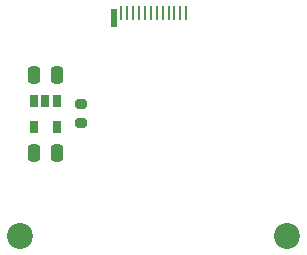
<source format=gbr>
%TF.GenerationSoftware,KiCad,Pcbnew,9.0.4*%
%TF.CreationDate,2025-09-22T11:49:05+02:00*%
%TF.ProjectId,Expansion_Card_typec,45787061-6e73-4696-9f6e-5f436172645f,X1*%
%TF.SameCoordinates,Original*%
%TF.FileFunction,Soldermask,Top*%
%TF.FilePolarity,Negative*%
%FSLAX46Y46*%
G04 Gerber Fmt 4.6, Leading zero omitted, Abs format (unit mm)*
G04 Created by KiCad (PCBNEW 9.0.4) date 2025-09-22 11:49:05*
%MOMM*%
%LPD*%
G01*
G04 APERTURE LIST*
G04 Aperture macros list*
%AMRoundRect*
0 Rectangle with rounded corners*
0 $1 Rounding radius*
0 $2 $3 $4 $5 $6 $7 $8 $9 X,Y pos of 4 corners*
0 Add a 4 corners polygon primitive as box body*
4,1,4,$2,$3,$4,$5,$6,$7,$8,$9,$2,$3,0*
0 Add four circle primitives for the rounded corners*
1,1,$1+$1,$2,$3*
1,1,$1+$1,$4,$5*
1,1,$1+$1,$6,$7*
1,1,$1+$1,$8,$9*
0 Add four rect primitives between the rounded corners*
20,1,$1+$1,$2,$3,$4,$5,0*
20,1,$1+$1,$4,$5,$6,$7,0*
20,1,$1+$1,$6,$7,$8,$9,0*
20,1,$1+$1,$8,$9,$2,$3,0*%
G04 Aperture macros list end*
%ADD10R,0.650000X1.060000*%
%ADD11RoundRect,0.250000X0.250000X0.475000X-0.250000X0.475000X-0.250000X-0.475000X0.250000X-0.475000X0*%
%ADD12RoundRect,0.200000X-0.275000X0.200000X-0.275000X-0.200000X0.275000X-0.200000X0.275000X0.200000X0*%
%ADD13R,0.600000X1.550000*%
%ADD14R,0.250000X1.300000*%
%ADD15C,2.200000*%
G04 APERTURE END LIST*
D10*
%TO.C,U1*%
X131768000Y-135044000D03*
X130818000Y-135044000D03*
X129868000Y-135044000D03*
X129868000Y-137244000D03*
X131768000Y-137244000D03*
%TD*%
D11*
%TO.C,C1*%
X131768000Y-132842000D03*
X129868000Y-132842000D03*
%TD*%
D12*
%TO.C,R1*%
X133858000Y-135319000D03*
X133858000Y-136969000D03*
%TD*%
D13*
%TO.C,P1*%
X136600000Y-128072500D03*
D14*
X137250000Y-127647500D03*
X137750000Y-127647500D03*
X138250000Y-127647500D03*
X138750000Y-127647500D03*
X139250000Y-127647500D03*
X139750000Y-127647500D03*
X140250000Y-127647500D03*
X140750000Y-127647500D03*
X141250000Y-127647500D03*
X141750000Y-127647500D03*
X142250000Y-127647500D03*
X142750000Y-127647500D03*
%TD*%
D11*
%TO.C,C2*%
X131768000Y-139446000D03*
X129868000Y-139446000D03*
%TD*%
D15*
%TO.C,H1*%
X128700000Y-146500000D03*
%TD*%
%TO.C,H2*%
X151300000Y-146500000D03*
%TD*%
M02*

</source>
